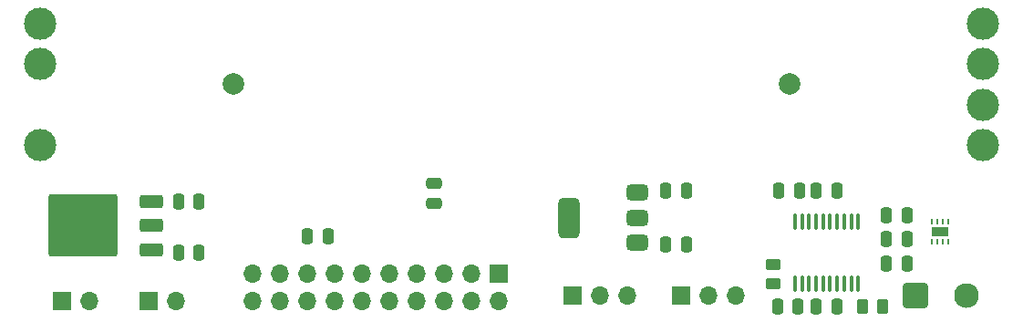
<source format=gts>
G04 #@! TF.GenerationSoftware,KiCad,Pcbnew,8.0.4*
G04 #@! TF.CreationDate,2024-09-22T20:29:30+02:00*
G04 #@! TF.ProjectId,Fader_Single,46616465-725f-4536-996e-676c652e6b69,rev?*
G04 #@! TF.SameCoordinates,Original*
G04 #@! TF.FileFunction,Soldermask,Top*
G04 #@! TF.FilePolarity,Negative*
%FSLAX46Y46*%
G04 Gerber Fmt 4.6, Leading zero omitted, Abs format (unit mm)*
G04 Created by KiCad (PCBNEW 8.0.4) date 2024-09-22 20:29:30*
%MOMM*%
%LPD*%
G01*
G04 APERTURE LIST*
G04 Aperture macros list*
%AMRoundRect*
0 Rectangle with rounded corners*
0 $1 Rounding radius*
0 $2 $3 $4 $5 $6 $7 $8 $9 X,Y pos of 4 corners*
0 Add a 4 corners polygon primitive as box body*
4,1,4,$2,$3,$4,$5,$6,$7,$8,$9,$2,$3,0*
0 Add four circle primitives for the rounded corners*
1,1,$1+$1,$2,$3*
1,1,$1+$1,$4,$5*
1,1,$1+$1,$6,$7*
1,1,$1+$1,$8,$9*
0 Add four rect primitives between the rounded corners*
20,1,$1+$1,$2,$3,$4,$5,0*
20,1,$1+$1,$4,$5,$6,$7,0*
20,1,$1+$1,$6,$7,$8,$9,0*
20,1,$1+$1,$8,$9,$2,$3,0*%
G04 Aperture macros list end*
%ADD10RoundRect,0.100000X0.100000X-0.637500X0.100000X0.637500X-0.100000X0.637500X-0.100000X-0.637500X0*%
%ADD11RoundRect,0.250000X0.850000X0.350000X-0.850000X0.350000X-0.850000X-0.350000X0.850000X-0.350000X0*%
%ADD12RoundRect,0.249997X2.950003X2.650003X-2.950003X2.650003X-2.950003X-2.650003X2.950003X-2.650003X0*%
%ADD13RoundRect,0.375000X0.625000X0.375000X-0.625000X0.375000X-0.625000X-0.375000X0.625000X-0.375000X0*%
%ADD14RoundRect,0.500000X0.500000X1.400000X-0.500000X1.400000X-0.500000X-1.400000X0.500000X-1.400000X0*%
%ADD15RoundRect,0.062500X0.062500X-0.187500X0.062500X0.187500X-0.062500X0.187500X-0.062500X-0.187500X0*%
%ADD16R,1.600000X0.900000*%
%ADD17RoundRect,0.250000X0.262500X0.450000X-0.262500X0.450000X-0.262500X-0.450000X0.262500X-0.450000X0*%
%ADD18RoundRect,0.250000X-0.450000X0.262500X-0.450000X-0.262500X0.450000X-0.262500X0.450000X0.262500X0*%
%ADD19RoundRect,0.250001X-0.899999X-0.899999X0.899999X-0.899999X0.899999X0.899999X-0.899999X0.899999X0*%
%ADD20C,2.300000*%
%ADD21R,1.700000X1.700000*%
%ADD22O,1.700000X1.700000*%
%ADD23RoundRect,0.250000X-0.475000X0.250000X-0.475000X-0.250000X0.475000X-0.250000X0.475000X0.250000X0*%
%ADD24RoundRect,0.250000X-0.250000X-0.475000X0.250000X-0.475000X0.250000X0.475000X-0.250000X0.475000X0*%
%ADD25RoundRect,0.250000X0.250000X0.475000X-0.250000X0.475000X-0.250000X-0.475000X0.250000X-0.475000X0*%
%ADD26C,3.000000*%
%ADD27C,2.000000*%
G04 APERTURE END LIST*
D10*
X177075000Y-105362500D03*
X177725000Y-105362500D03*
X178375000Y-105362500D03*
X179025000Y-105362500D03*
X179675000Y-105362500D03*
X180325000Y-105362500D03*
X180975000Y-105362500D03*
X181625000Y-105362500D03*
X182275000Y-105362500D03*
X182925000Y-105362500D03*
X182925000Y-99637500D03*
X182275000Y-99637500D03*
X181625000Y-99637500D03*
X180975000Y-99637500D03*
X180325000Y-99637500D03*
X179675000Y-99637500D03*
X179025000Y-99637500D03*
X178375000Y-99637500D03*
X177725000Y-99637500D03*
X177075000Y-99637500D03*
D11*
X117250000Y-102280000D03*
X117250000Y-100000000D03*
X117250000Y-97720000D03*
D12*
X110950000Y-100000000D03*
D13*
X162400000Y-101550000D03*
X162400000Y-99250000D03*
X162400000Y-96950000D03*
D14*
X156100000Y-99250000D03*
D15*
X189750000Y-101500000D03*
X190250000Y-101500000D03*
X190750000Y-101500000D03*
X191250000Y-101500000D03*
X191250000Y-99600000D03*
X190750000Y-99600000D03*
X190250000Y-99600000D03*
X189750000Y-99600000D03*
D16*
X190500000Y-100550000D03*
D17*
X185162500Y-107500000D03*
X183337500Y-107500000D03*
D18*
X175000000Y-103587500D03*
X175000000Y-105412500D03*
D19*
X188200000Y-106500000D03*
D20*
X193000000Y-106500000D03*
D21*
X149530000Y-104460000D03*
D22*
X149530000Y-107000000D03*
X146990000Y-104460000D03*
X146990000Y-107000000D03*
X144450000Y-104460000D03*
X144450000Y-107000000D03*
X141910000Y-104460000D03*
X141910000Y-107000000D03*
X139370000Y-104460000D03*
X139370000Y-107000000D03*
X136830000Y-104460000D03*
X136830000Y-107000000D03*
X134290000Y-104460000D03*
X134290000Y-107000000D03*
X131750000Y-104460000D03*
X131750000Y-107000000D03*
X129210000Y-104460000D03*
X129210000Y-107000000D03*
X126670000Y-104460000D03*
X126670000Y-107000000D03*
D21*
X156445000Y-106500000D03*
D22*
X158985000Y-106500000D03*
X161525000Y-106500000D03*
D21*
X166460000Y-106500000D03*
D22*
X169000000Y-106500000D03*
X171540000Y-106500000D03*
D21*
X117000000Y-107000000D03*
D22*
X119540000Y-107000000D03*
D21*
X109000000Y-107000000D03*
D22*
X111540000Y-107000000D03*
D23*
X143500000Y-96050000D03*
X143500000Y-97950000D03*
D24*
X119800000Y-97750000D03*
X121700000Y-97750000D03*
X119800000Y-102500000D03*
X121700000Y-102500000D03*
D25*
X187450000Y-103500000D03*
X185550000Y-103500000D03*
X187450000Y-101250000D03*
X185550000Y-101250000D03*
X187450000Y-99000000D03*
X185550000Y-99000000D03*
D24*
X131800000Y-101000000D03*
X133700000Y-101000000D03*
D25*
X177350000Y-107500000D03*
X175450000Y-107500000D03*
D24*
X179050000Y-107500000D03*
X180950000Y-107500000D03*
X179050000Y-96750000D03*
X180950000Y-96750000D03*
X165050000Y-96750000D03*
X166950000Y-96750000D03*
X165050000Y-101750000D03*
X166950000Y-101750000D03*
D26*
X107000000Y-85000000D03*
X107000000Y-92500000D03*
X107000000Y-81250000D03*
X194500000Y-92500000D03*
X194500000Y-81250000D03*
X194500000Y-88750000D03*
X194500000Y-85000000D03*
D27*
X176600000Y-86875000D03*
X124900000Y-86875000D03*
D25*
X177450000Y-96750000D03*
X175550000Y-96750000D03*
M02*

</source>
